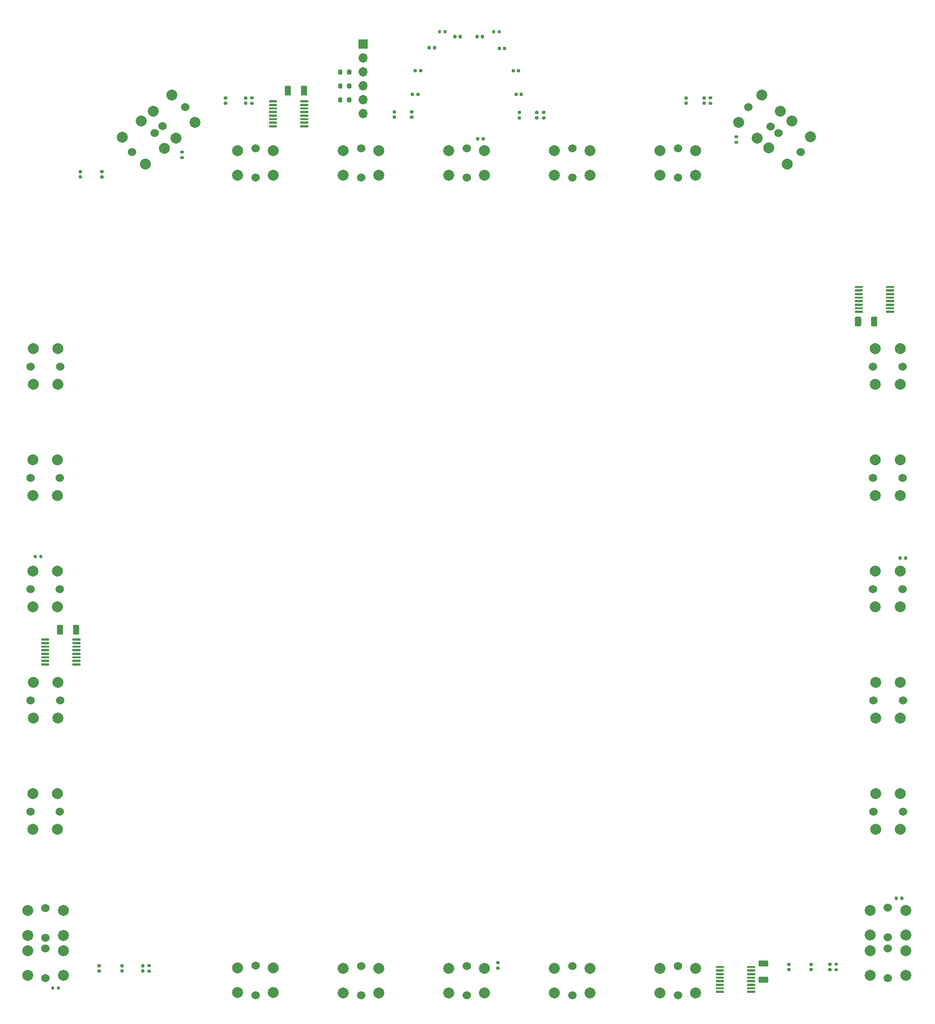
<source format=gbr>
G04 #@! TF.GenerationSoftware,KiCad,Pcbnew,(5.1.9)-1*
G04 #@! TF.CreationDate,2021-08-29T21:56:20-06:00*
G04 #@! TF.ProjectId,ampcd_button_board,616d7063-645f-4627-9574-746f6e5f626f,rev?*
G04 #@! TF.SameCoordinates,Original*
G04 #@! TF.FileFunction,Soldermask,Top*
G04 #@! TF.FilePolarity,Negative*
%FSLAX46Y46*%
G04 Gerber Fmt 4.6, Leading zero omitted, Abs format (unit mm)*
G04 Created by KiCad (PCBNEW (5.1.9)-1) date 2021-08-29 21:56:20*
%MOMM*%
%LPD*%
G01*
G04 APERTURE LIST*
%ADD10O,1.700000X1.700000*%
%ADD11R,1.700000X1.700000*%
%ADD12C,1.524000*%
%ADD13C,2.000000*%
G04 APERTURE END LIST*
G36*
G01*
X274310121Y59800490D02*
X275610123Y59800490D01*
G75*
G02*
X275860122Y59550491I0J-249999D01*
G01*
X275860122Y58900489D01*
G75*
G02*
X275610123Y58650490I-249999J0D01*
G01*
X274310121Y58650490D01*
G75*
G02*
X274060122Y58900489I0J249999D01*
G01*
X274060122Y59550491D01*
G75*
G02*
X274310121Y59800490I249999J0D01*
G01*
G37*
G36*
G01*
X274310121Y62750490D02*
X275610123Y62750490D01*
G75*
G02*
X275860122Y62500491I0J-249999D01*
G01*
X275860122Y61850489D01*
G75*
G02*
X275610123Y61600490I-249999J0D01*
G01*
X274310121Y61600490D01*
G75*
G02*
X274060122Y61850489I0J249999D01*
G01*
X274060122Y62500491D01*
G75*
G02*
X274310121Y62750490I249999J0D01*
G01*
G37*
D10*
X201794122Y217383490D03*
X201794122Y219923490D03*
X201794122Y222463490D03*
X201794122Y225003490D03*
X201794122Y227543490D03*
D11*
X201794122Y230083490D03*
D12*
X146419122Y171230490D03*
X141019122Y171230490D03*
D13*
X141469122Y174480490D03*
X145969122Y174480490D03*
X141469122Y167980490D03*
X145969122Y167980490D03*
D12*
X146355622Y150910490D03*
X140955622Y150910490D03*
D13*
X141405622Y154160490D03*
X145905622Y154160490D03*
X141405622Y147660490D03*
X145905622Y147660490D03*
D12*
X146355622Y130590490D03*
X140955622Y130590490D03*
D13*
X141405622Y133840490D03*
X145905622Y133840490D03*
X141405622Y127340490D03*
X145905622Y127340490D03*
D12*
X146419122Y110270490D03*
X141019122Y110270490D03*
D13*
X141469122Y113520490D03*
X145969122Y113520490D03*
X141469122Y107020490D03*
X145969122Y107020490D03*
D12*
X146355622Y89950490D03*
X140955622Y89950490D03*
D13*
X141405622Y93200490D03*
X145905622Y93200490D03*
X141405622Y86700490D03*
X145905622Y86700490D03*
D12*
X143723271Y72298760D03*
X143723271Y66898760D03*
D13*
X140473271Y67348760D03*
X140473271Y71848760D03*
X146973271Y67348760D03*
X146973271Y71848760D03*
D12*
X143723271Y64948760D03*
X143723271Y59548760D03*
D13*
X140473271Y59998760D03*
X140473271Y64498760D03*
X146973271Y59998760D03*
X146973271Y64498760D03*
D12*
X182120622Y56413990D03*
X182120622Y61813990D03*
D13*
X185370622Y61363990D03*
X185370622Y56863990D03*
X178870622Y61363990D03*
X178870622Y56863990D03*
D12*
X201424622Y56350490D03*
X201424622Y61750490D03*
D13*
X204674622Y61300490D03*
X204674622Y56800490D03*
X198174622Y61300490D03*
X198174622Y56800490D03*
D12*
X220728622Y56350490D03*
X220728622Y61750490D03*
D13*
X223978622Y61300490D03*
X223978622Y56800490D03*
X217478622Y61300490D03*
X217478622Y56800490D03*
D12*
X240032622Y56350490D03*
X240032622Y61750490D03*
D13*
X243282622Y61300490D03*
X243282622Y56800490D03*
X236782622Y61300490D03*
X236782622Y56800490D03*
D12*
X259336622Y56350490D03*
X259336622Y61750490D03*
D13*
X262586622Y61300490D03*
X262586622Y56800490D03*
X256086622Y61300490D03*
X256086622Y56800490D03*
D12*
X297723271Y59548760D03*
X297723271Y64948760D03*
D13*
X300973271Y64498760D03*
X300973271Y59998760D03*
X294473271Y64498760D03*
X294473271Y59998760D03*
D12*
X297723271Y66948760D03*
X297723271Y72348760D03*
D13*
X300973271Y71898760D03*
X300973271Y67398760D03*
X294473271Y71898760D03*
X294473271Y67398760D03*
D12*
X295078622Y89927490D03*
X300478622Y89927490D03*
D13*
X300028622Y86677490D03*
X295528622Y86677490D03*
X300028622Y93177490D03*
X295528622Y93177490D03*
D12*
X295078622Y110247490D03*
X300478622Y110247490D03*
D13*
X300028622Y106997490D03*
X295528622Y106997490D03*
X300028622Y113497490D03*
X295528622Y113497490D03*
D12*
X295015122Y130567490D03*
X300415122Y130567490D03*
D13*
X299965122Y127317490D03*
X295465122Y127317490D03*
X299965122Y133817490D03*
X295465122Y133817490D03*
D12*
X295015122Y150887490D03*
X300415122Y150887490D03*
D13*
X299965122Y147637490D03*
X295465122Y147637490D03*
X299965122Y154137490D03*
X295465122Y154137490D03*
D12*
X295015122Y171207490D03*
X300415122Y171207490D03*
D13*
X299965122Y167957490D03*
X295465122Y167957490D03*
X299965122Y174457490D03*
X295465122Y174457490D03*
D12*
X277697267Y213881954D03*
X281809574Y210382107D03*
D13*
X279360492Y208198761D03*
X275933569Y211115301D03*
X283573271Y213148760D03*
X280146349Y216065300D03*
D12*
X272197267Y218581954D03*
X276309574Y215082107D03*
D13*
X273860492Y212898761D03*
X270433569Y215815301D03*
X278073271Y217848760D03*
X274646349Y220765300D03*
D12*
X259336622Y205702490D03*
X259336622Y211102490D03*
D13*
X262586622Y210652490D03*
X262586622Y206152490D03*
X256086622Y210652490D03*
X256086622Y206152490D03*
D12*
X240032622Y205702490D03*
X240032622Y211102490D03*
D13*
X243282622Y210652490D03*
X243282622Y206152490D03*
X236782622Y210652490D03*
X236782622Y206152490D03*
D12*
X220728622Y205702490D03*
X220728622Y211102490D03*
D13*
X223978622Y210652490D03*
X223978622Y206152490D03*
X217478622Y210652490D03*
X217478622Y206152490D03*
D12*
X201424622Y205702490D03*
X201424622Y211102490D03*
D13*
X204674622Y210652490D03*
X204674622Y206152490D03*
X198174622Y210652490D03*
X198174622Y206152490D03*
D12*
X182120622Y205702490D03*
X182120622Y211102490D03*
D13*
X185370622Y210652490D03*
X185370622Y206152490D03*
X178870622Y210652490D03*
X178870622Y206152490D03*
D12*
X165160046Y215115567D03*
X169272353Y218615414D03*
D13*
X171036050Y215848761D03*
X167609128Y212932221D03*
X166823271Y220798760D03*
X163396349Y217882220D03*
D12*
X159560046Y210365567D03*
X163672353Y213865414D03*
D13*
X165436050Y211098761D03*
X162009128Y208182221D03*
X161223271Y216048760D03*
X157796349Y213132220D03*
G36*
G01*
X148648722Y121260490D02*
X148648722Y121460490D01*
G75*
G02*
X148748722Y121560490I100000J0D01*
G01*
X150023722Y121560490D01*
G75*
G02*
X150123722Y121460490I0J-100000D01*
G01*
X150123722Y121260490D01*
G75*
G02*
X150023722Y121160490I-100000J0D01*
G01*
X148748722Y121160490D01*
G75*
G02*
X148648722Y121260490I0J100000D01*
G01*
G37*
G36*
G01*
X148648722Y120610490D02*
X148648722Y120810490D01*
G75*
G02*
X148748722Y120910490I100000J0D01*
G01*
X150023722Y120910490D01*
G75*
G02*
X150123722Y120810490I0J-100000D01*
G01*
X150123722Y120610490D01*
G75*
G02*
X150023722Y120510490I-100000J0D01*
G01*
X148748722Y120510490D01*
G75*
G02*
X148648722Y120610490I0J100000D01*
G01*
G37*
G36*
G01*
X148648722Y119960490D02*
X148648722Y120160490D01*
G75*
G02*
X148748722Y120260490I100000J0D01*
G01*
X150023722Y120260490D01*
G75*
G02*
X150123722Y120160490I0J-100000D01*
G01*
X150123722Y119960490D01*
G75*
G02*
X150023722Y119860490I-100000J0D01*
G01*
X148748722Y119860490D01*
G75*
G02*
X148648722Y119960490I0J100000D01*
G01*
G37*
G36*
G01*
X148648722Y119310490D02*
X148648722Y119510490D01*
G75*
G02*
X148748722Y119610490I100000J0D01*
G01*
X150023722Y119610490D01*
G75*
G02*
X150123722Y119510490I0J-100000D01*
G01*
X150123722Y119310490D01*
G75*
G02*
X150023722Y119210490I-100000J0D01*
G01*
X148748722Y119210490D01*
G75*
G02*
X148648722Y119310490I0J100000D01*
G01*
G37*
G36*
G01*
X148648722Y118660490D02*
X148648722Y118860490D01*
G75*
G02*
X148748722Y118960490I100000J0D01*
G01*
X150023722Y118960490D01*
G75*
G02*
X150123722Y118860490I0J-100000D01*
G01*
X150123722Y118660490D01*
G75*
G02*
X150023722Y118560490I-100000J0D01*
G01*
X148748722Y118560490D01*
G75*
G02*
X148648722Y118660490I0J100000D01*
G01*
G37*
G36*
G01*
X148648722Y118010490D02*
X148648722Y118210490D01*
G75*
G02*
X148748722Y118310490I100000J0D01*
G01*
X150023722Y118310490D01*
G75*
G02*
X150123722Y118210490I0J-100000D01*
G01*
X150123722Y118010490D01*
G75*
G02*
X150023722Y117910490I-100000J0D01*
G01*
X148748722Y117910490D01*
G75*
G02*
X148648722Y118010490I0J100000D01*
G01*
G37*
G36*
G01*
X148648722Y117360490D02*
X148648722Y117560490D01*
G75*
G02*
X148748722Y117660490I100000J0D01*
G01*
X150023722Y117660490D01*
G75*
G02*
X150123722Y117560490I0J-100000D01*
G01*
X150123722Y117360490D01*
G75*
G02*
X150023722Y117260490I-100000J0D01*
G01*
X148748722Y117260490D01*
G75*
G02*
X148648722Y117360490I0J100000D01*
G01*
G37*
G36*
G01*
X148648722Y116710490D02*
X148648722Y116910490D01*
G75*
G02*
X148748722Y117010490I100000J0D01*
G01*
X150023722Y117010490D01*
G75*
G02*
X150123722Y116910490I0J-100000D01*
G01*
X150123722Y116710490D01*
G75*
G02*
X150023722Y116610490I-100000J0D01*
G01*
X148748722Y116610490D01*
G75*
G02*
X148648722Y116710490I0J100000D01*
G01*
G37*
G36*
G01*
X142923722Y116710490D02*
X142923722Y116910490D01*
G75*
G02*
X143023722Y117010490I100000J0D01*
G01*
X144298722Y117010490D01*
G75*
G02*
X144398722Y116910490I0J-100000D01*
G01*
X144398722Y116710490D01*
G75*
G02*
X144298722Y116610490I-100000J0D01*
G01*
X143023722Y116610490D01*
G75*
G02*
X142923722Y116710490I0J100000D01*
G01*
G37*
G36*
G01*
X142923722Y117360490D02*
X142923722Y117560490D01*
G75*
G02*
X143023722Y117660490I100000J0D01*
G01*
X144298722Y117660490D01*
G75*
G02*
X144398722Y117560490I0J-100000D01*
G01*
X144398722Y117360490D01*
G75*
G02*
X144298722Y117260490I-100000J0D01*
G01*
X143023722Y117260490D01*
G75*
G02*
X142923722Y117360490I0J100000D01*
G01*
G37*
G36*
G01*
X142923722Y118010490D02*
X142923722Y118210490D01*
G75*
G02*
X143023722Y118310490I100000J0D01*
G01*
X144298722Y118310490D01*
G75*
G02*
X144398722Y118210490I0J-100000D01*
G01*
X144398722Y118010490D01*
G75*
G02*
X144298722Y117910490I-100000J0D01*
G01*
X143023722Y117910490D01*
G75*
G02*
X142923722Y118010490I0J100000D01*
G01*
G37*
G36*
G01*
X142923722Y118660490D02*
X142923722Y118860490D01*
G75*
G02*
X143023722Y118960490I100000J0D01*
G01*
X144298722Y118960490D01*
G75*
G02*
X144398722Y118860490I0J-100000D01*
G01*
X144398722Y118660490D01*
G75*
G02*
X144298722Y118560490I-100000J0D01*
G01*
X143023722Y118560490D01*
G75*
G02*
X142923722Y118660490I0J100000D01*
G01*
G37*
G36*
G01*
X142923722Y119310490D02*
X142923722Y119510490D01*
G75*
G02*
X143023722Y119610490I100000J0D01*
G01*
X144298722Y119610490D01*
G75*
G02*
X144398722Y119510490I0J-100000D01*
G01*
X144398722Y119310490D01*
G75*
G02*
X144298722Y119210490I-100000J0D01*
G01*
X143023722Y119210490D01*
G75*
G02*
X142923722Y119310490I0J100000D01*
G01*
G37*
G36*
G01*
X142923722Y119960490D02*
X142923722Y120160490D01*
G75*
G02*
X143023722Y120260490I100000J0D01*
G01*
X144298722Y120260490D01*
G75*
G02*
X144398722Y120160490I0J-100000D01*
G01*
X144398722Y119960490D01*
G75*
G02*
X144298722Y119860490I-100000J0D01*
G01*
X143023722Y119860490D01*
G75*
G02*
X142923722Y119960490I0J100000D01*
G01*
G37*
G36*
G01*
X142923722Y120610490D02*
X142923722Y120810490D01*
G75*
G02*
X143023722Y120910490I100000J0D01*
G01*
X144298722Y120910490D01*
G75*
G02*
X144398722Y120810490I0J-100000D01*
G01*
X144398722Y120610490D01*
G75*
G02*
X144298722Y120510490I-100000J0D01*
G01*
X143023722Y120510490D01*
G75*
G02*
X142923722Y120610490I0J100000D01*
G01*
G37*
G36*
G01*
X142923722Y121260490D02*
X142923722Y121460490D01*
G75*
G02*
X143023722Y121560490I100000J0D01*
G01*
X144298722Y121560490D01*
G75*
G02*
X144398722Y121460490I0J-100000D01*
G01*
X144398722Y121260490D01*
G75*
G02*
X144298722Y121160490I-100000J0D01*
G01*
X143023722Y121160490D01*
G75*
G02*
X142923722Y121260490I0J100000D01*
G01*
G37*
G36*
G01*
X271991122Y61443490D02*
X271991122Y61643490D01*
G75*
G02*
X272091122Y61743490I100000J0D01*
G01*
X273366122Y61743490D01*
G75*
G02*
X273466122Y61643490I0J-100000D01*
G01*
X273466122Y61443490D01*
G75*
G02*
X273366122Y61343490I-100000J0D01*
G01*
X272091122Y61343490D01*
G75*
G02*
X271991122Y61443490I0J100000D01*
G01*
G37*
G36*
G01*
X271991122Y60793490D02*
X271991122Y60993490D01*
G75*
G02*
X272091122Y61093490I100000J0D01*
G01*
X273366122Y61093490D01*
G75*
G02*
X273466122Y60993490I0J-100000D01*
G01*
X273466122Y60793490D01*
G75*
G02*
X273366122Y60693490I-100000J0D01*
G01*
X272091122Y60693490D01*
G75*
G02*
X271991122Y60793490I0J100000D01*
G01*
G37*
G36*
G01*
X271991122Y60143490D02*
X271991122Y60343490D01*
G75*
G02*
X272091122Y60443490I100000J0D01*
G01*
X273366122Y60443490D01*
G75*
G02*
X273466122Y60343490I0J-100000D01*
G01*
X273466122Y60143490D01*
G75*
G02*
X273366122Y60043490I-100000J0D01*
G01*
X272091122Y60043490D01*
G75*
G02*
X271991122Y60143490I0J100000D01*
G01*
G37*
G36*
G01*
X271991122Y59493490D02*
X271991122Y59693490D01*
G75*
G02*
X272091122Y59793490I100000J0D01*
G01*
X273366122Y59793490D01*
G75*
G02*
X273466122Y59693490I0J-100000D01*
G01*
X273466122Y59493490D01*
G75*
G02*
X273366122Y59393490I-100000J0D01*
G01*
X272091122Y59393490D01*
G75*
G02*
X271991122Y59493490I0J100000D01*
G01*
G37*
G36*
G01*
X271991122Y58843490D02*
X271991122Y59043490D01*
G75*
G02*
X272091122Y59143490I100000J0D01*
G01*
X273366122Y59143490D01*
G75*
G02*
X273466122Y59043490I0J-100000D01*
G01*
X273466122Y58843490D01*
G75*
G02*
X273366122Y58743490I-100000J0D01*
G01*
X272091122Y58743490D01*
G75*
G02*
X271991122Y58843490I0J100000D01*
G01*
G37*
G36*
G01*
X271991122Y58193490D02*
X271991122Y58393490D01*
G75*
G02*
X272091122Y58493490I100000J0D01*
G01*
X273366122Y58493490D01*
G75*
G02*
X273466122Y58393490I0J-100000D01*
G01*
X273466122Y58193490D01*
G75*
G02*
X273366122Y58093490I-100000J0D01*
G01*
X272091122Y58093490D01*
G75*
G02*
X271991122Y58193490I0J100000D01*
G01*
G37*
G36*
G01*
X271991122Y57543490D02*
X271991122Y57743490D01*
G75*
G02*
X272091122Y57843490I100000J0D01*
G01*
X273366122Y57843490D01*
G75*
G02*
X273466122Y57743490I0J-100000D01*
G01*
X273466122Y57543490D01*
G75*
G02*
X273366122Y57443490I-100000J0D01*
G01*
X272091122Y57443490D01*
G75*
G02*
X271991122Y57543490I0J100000D01*
G01*
G37*
G36*
G01*
X271991122Y56893490D02*
X271991122Y57093490D01*
G75*
G02*
X272091122Y57193490I100000J0D01*
G01*
X273366122Y57193490D01*
G75*
G02*
X273466122Y57093490I0J-100000D01*
G01*
X273466122Y56893490D01*
G75*
G02*
X273366122Y56793490I-100000J0D01*
G01*
X272091122Y56793490D01*
G75*
G02*
X271991122Y56893490I0J100000D01*
G01*
G37*
G36*
G01*
X266266122Y56893490D02*
X266266122Y57093490D01*
G75*
G02*
X266366122Y57193490I100000J0D01*
G01*
X267641122Y57193490D01*
G75*
G02*
X267741122Y57093490I0J-100000D01*
G01*
X267741122Y56893490D01*
G75*
G02*
X267641122Y56793490I-100000J0D01*
G01*
X266366122Y56793490D01*
G75*
G02*
X266266122Y56893490I0J100000D01*
G01*
G37*
G36*
G01*
X266266122Y57543490D02*
X266266122Y57743490D01*
G75*
G02*
X266366122Y57843490I100000J0D01*
G01*
X267641122Y57843490D01*
G75*
G02*
X267741122Y57743490I0J-100000D01*
G01*
X267741122Y57543490D01*
G75*
G02*
X267641122Y57443490I-100000J0D01*
G01*
X266366122Y57443490D01*
G75*
G02*
X266266122Y57543490I0J100000D01*
G01*
G37*
G36*
G01*
X266266122Y58193490D02*
X266266122Y58393490D01*
G75*
G02*
X266366122Y58493490I100000J0D01*
G01*
X267641122Y58493490D01*
G75*
G02*
X267741122Y58393490I0J-100000D01*
G01*
X267741122Y58193490D01*
G75*
G02*
X267641122Y58093490I-100000J0D01*
G01*
X266366122Y58093490D01*
G75*
G02*
X266266122Y58193490I0J100000D01*
G01*
G37*
G36*
G01*
X266266122Y58843490D02*
X266266122Y59043490D01*
G75*
G02*
X266366122Y59143490I100000J0D01*
G01*
X267641122Y59143490D01*
G75*
G02*
X267741122Y59043490I0J-100000D01*
G01*
X267741122Y58843490D01*
G75*
G02*
X267641122Y58743490I-100000J0D01*
G01*
X266366122Y58743490D01*
G75*
G02*
X266266122Y58843490I0J100000D01*
G01*
G37*
G36*
G01*
X266266122Y59493490D02*
X266266122Y59693490D01*
G75*
G02*
X266366122Y59793490I100000J0D01*
G01*
X267641122Y59793490D01*
G75*
G02*
X267741122Y59693490I0J-100000D01*
G01*
X267741122Y59493490D01*
G75*
G02*
X267641122Y59393490I-100000J0D01*
G01*
X266366122Y59393490D01*
G75*
G02*
X266266122Y59493490I0J100000D01*
G01*
G37*
G36*
G01*
X266266122Y60143490D02*
X266266122Y60343490D01*
G75*
G02*
X266366122Y60443490I100000J0D01*
G01*
X267641122Y60443490D01*
G75*
G02*
X267741122Y60343490I0J-100000D01*
G01*
X267741122Y60143490D01*
G75*
G02*
X267641122Y60043490I-100000J0D01*
G01*
X266366122Y60043490D01*
G75*
G02*
X266266122Y60143490I0J100000D01*
G01*
G37*
G36*
G01*
X266266122Y60793490D02*
X266266122Y60993490D01*
G75*
G02*
X266366122Y61093490I100000J0D01*
G01*
X267641122Y61093490D01*
G75*
G02*
X267741122Y60993490I0J-100000D01*
G01*
X267741122Y60793490D01*
G75*
G02*
X267641122Y60693490I-100000J0D01*
G01*
X266366122Y60693490D01*
G75*
G02*
X266266122Y60793490I0J100000D01*
G01*
G37*
G36*
G01*
X266266122Y61443490D02*
X266266122Y61643490D01*
G75*
G02*
X266366122Y61743490I100000J0D01*
G01*
X267641122Y61743490D01*
G75*
G02*
X267741122Y61643490I0J-100000D01*
G01*
X267741122Y61443490D01*
G75*
G02*
X267641122Y61343490I-100000J0D01*
G01*
X266366122Y61343490D01*
G75*
G02*
X266266122Y61443490I0J100000D01*
G01*
G37*
G36*
G01*
X293141122Y181299490D02*
X293141122Y181099490D01*
G75*
G02*
X293041122Y180999490I-100000J0D01*
G01*
X291766122Y180999490D01*
G75*
G02*
X291666122Y181099490I0J100000D01*
G01*
X291666122Y181299490D01*
G75*
G02*
X291766122Y181399490I100000J0D01*
G01*
X293041122Y181399490D01*
G75*
G02*
X293141122Y181299490I0J-100000D01*
G01*
G37*
G36*
G01*
X293141122Y181949490D02*
X293141122Y181749490D01*
G75*
G02*
X293041122Y181649490I-100000J0D01*
G01*
X291766122Y181649490D01*
G75*
G02*
X291666122Y181749490I0J100000D01*
G01*
X291666122Y181949490D01*
G75*
G02*
X291766122Y182049490I100000J0D01*
G01*
X293041122Y182049490D01*
G75*
G02*
X293141122Y181949490I0J-100000D01*
G01*
G37*
G36*
G01*
X293141122Y182599490D02*
X293141122Y182399490D01*
G75*
G02*
X293041122Y182299490I-100000J0D01*
G01*
X291766122Y182299490D01*
G75*
G02*
X291666122Y182399490I0J100000D01*
G01*
X291666122Y182599490D01*
G75*
G02*
X291766122Y182699490I100000J0D01*
G01*
X293041122Y182699490D01*
G75*
G02*
X293141122Y182599490I0J-100000D01*
G01*
G37*
G36*
G01*
X293141122Y183249490D02*
X293141122Y183049490D01*
G75*
G02*
X293041122Y182949490I-100000J0D01*
G01*
X291766122Y182949490D01*
G75*
G02*
X291666122Y183049490I0J100000D01*
G01*
X291666122Y183249490D01*
G75*
G02*
X291766122Y183349490I100000J0D01*
G01*
X293041122Y183349490D01*
G75*
G02*
X293141122Y183249490I0J-100000D01*
G01*
G37*
G36*
G01*
X293141122Y183899490D02*
X293141122Y183699490D01*
G75*
G02*
X293041122Y183599490I-100000J0D01*
G01*
X291766122Y183599490D01*
G75*
G02*
X291666122Y183699490I0J100000D01*
G01*
X291666122Y183899490D01*
G75*
G02*
X291766122Y183999490I100000J0D01*
G01*
X293041122Y183999490D01*
G75*
G02*
X293141122Y183899490I0J-100000D01*
G01*
G37*
G36*
G01*
X293141122Y184549490D02*
X293141122Y184349490D01*
G75*
G02*
X293041122Y184249490I-100000J0D01*
G01*
X291766122Y184249490D01*
G75*
G02*
X291666122Y184349490I0J100000D01*
G01*
X291666122Y184549490D01*
G75*
G02*
X291766122Y184649490I100000J0D01*
G01*
X293041122Y184649490D01*
G75*
G02*
X293141122Y184549490I0J-100000D01*
G01*
G37*
G36*
G01*
X293141122Y185199490D02*
X293141122Y184999490D01*
G75*
G02*
X293041122Y184899490I-100000J0D01*
G01*
X291766122Y184899490D01*
G75*
G02*
X291666122Y184999490I0J100000D01*
G01*
X291666122Y185199490D01*
G75*
G02*
X291766122Y185299490I100000J0D01*
G01*
X293041122Y185299490D01*
G75*
G02*
X293141122Y185199490I0J-100000D01*
G01*
G37*
G36*
G01*
X293141122Y185849490D02*
X293141122Y185649490D01*
G75*
G02*
X293041122Y185549490I-100000J0D01*
G01*
X291766122Y185549490D01*
G75*
G02*
X291666122Y185649490I0J100000D01*
G01*
X291666122Y185849490D01*
G75*
G02*
X291766122Y185949490I100000J0D01*
G01*
X293041122Y185949490D01*
G75*
G02*
X293141122Y185849490I0J-100000D01*
G01*
G37*
G36*
G01*
X298866122Y185849490D02*
X298866122Y185649490D01*
G75*
G02*
X298766122Y185549490I-100000J0D01*
G01*
X297491122Y185549490D01*
G75*
G02*
X297391122Y185649490I0J100000D01*
G01*
X297391122Y185849490D01*
G75*
G02*
X297491122Y185949490I100000J0D01*
G01*
X298766122Y185949490D01*
G75*
G02*
X298866122Y185849490I0J-100000D01*
G01*
G37*
G36*
G01*
X298866122Y185199490D02*
X298866122Y184999490D01*
G75*
G02*
X298766122Y184899490I-100000J0D01*
G01*
X297491122Y184899490D01*
G75*
G02*
X297391122Y184999490I0J100000D01*
G01*
X297391122Y185199490D01*
G75*
G02*
X297491122Y185299490I100000J0D01*
G01*
X298766122Y185299490D01*
G75*
G02*
X298866122Y185199490I0J-100000D01*
G01*
G37*
G36*
G01*
X298866122Y184549490D02*
X298866122Y184349490D01*
G75*
G02*
X298766122Y184249490I-100000J0D01*
G01*
X297491122Y184249490D01*
G75*
G02*
X297391122Y184349490I0J100000D01*
G01*
X297391122Y184549490D01*
G75*
G02*
X297491122Y184649490I100000J0D01*
G01*
X298766122Y184649490D01*
G75*
G02*
X298866122Y184549490I0J-100000D01*
G01*
G37*
G36*
G01*
X298866122Y183899490D02*
X298866122Y183699490D01*
G75*
G02*
X298766122Y183599490I-100000J0D01*
G01*
X297491122Y183599490D01*
G75*
G02*
X297391122Y183699490I0J100000D01*
G01*
X297391122Y183899490D01*
G75*
G02*
X297491122Y183999490I100000J0D01*
G01*
X298766122Y183999490D01*
G75*
G02*
X298866122Y183899490I0J-100000D01*
G01*
G37*
G36*
G01*
X298866122Y183249490D02*
X298866122Y183049490D01*
G75*
G02*
X298766122Y182949490I-100000J0D01*
G01*
X297491122Y182949490D01*
G75*
G02*
X297391122Y183049490I0J100000D01*
G01*
X297391122Y183249490D01*
G75*
G02*
X297491122Y183349490I100000J0D01*
G01*
X298766122Y183349490D01*
G75*
G02*
X298866122Y183249490I0J-100000D01*
G01*
G37*
G36*
G01*
X298866122Y182599490D02*
X298866122Y182399490D01*
G75*
G02*
X298766122Y182299490I-100000J0D01*
G01*
X297491122Y182299490D01*
G75*
G02*
X297391122Y182399490I0J100000D01*
G01*
X297391122Y182599490D01*
G75*
G02*
X297491122Y182699490I100000J0D01*
G01*
X298766122Y182699490D01*
G75*
G02*
X298866122Y182599490I0J-100000D01*
G01*
G37*
G36*
G01*
X298866122Y181949490D02*
X298866122Y181749490D01*
G75*
G02*
X298766122Y181649490I-100000J0D01*
G01*
X297491122Y181649490D01*
G75*
G02*
X297391122Y181749490I0J100000D01*
G01*
X297391122Y181949490D01*
G75*
G02*
X297491122Y182049490I100000J0D01*
G01*
X298766122Y182049490D01*
G75*
G02*
X298866122Y181949490I0J-100000D01*
G01*
G37*
G36*
G01*
X298866122Y181299490D02*
X298866122Y181099490D01*
G75*
G02*
X298766122Y180999490I-100000J0D01*
G01*
X297491122Y180999490D01*
G75*
G02*
X297391122Y181099490I0J100000D01*
G01*
X297391122Y181299490D01*
G75*
G02*
X297491122Y181399490I100000J0D01*
G01*
X298766122Y181399490D01*
G75*
G02*
X298866122Y181299490I0J-100000D01*
G01*
G37*
G36*
G01*
X190279322Y219558490D02*
X190279322Y219758490D01*
G75*
G02*
X190379322Y219858490I100000J0D01*
G01*
X191654322Y219858490D01*
G75*
G02*
X191754322Y219758490I0J-100000D01*
G01*
X191754322Y219558490D01*
G75*
G02*
X191654322Y219458490I-100000J0D01*
G01*
X190379322Y219458490D01*
G75*
G02*
X190279322Y219558490I0J100000D01*
G01*
G37*
G36*
G01*
X190279322Y218908490D02*
X190279322Y219108490D01*
G75*
G02*
X190379322Y219208490I100000J0D01*
G01*
X191654322Y219208490D01*
G75*
G02*
X191754322Y219108490I0J-100000D01*
G01*
X191754322Y218908490D01*
G75*
G02*
X191654322Y218808490I-100000J0D01*
G01*
X190379322Y218808490D01*
G75*
G02*
X190279322Y218908490I0J100000D01*
G01*
G37*
G36*
G01*
X190279322Y218258490D02*
X190279322Y218458490D01*
G75*
G02*
X190379322Y218558490I100000J0D01*
G01*
X191654322Y218558490D01*
G75*
G02*
X191754322Y218458490I0J-100000D01*
G01*
X191754322Y218258490D01*
G75*
G02*
X191654322Y218158490I-100000J0D01*
G01*
X190379322Y218158490D01*
G75*
G02*
X190279322Y218258490I0J100000D01*
G01*
G37*
G36*
G01*
X190279322Y217608490D02*
X190279322Y217808490D01*
G75*
G02*
X190379322Y217908490I100000J0D01*
G01*
X191654322Y217908490D01*
G75*
G02*
X191754322Y217808490I0J-100000D01*
G01*
X191754322Y217608490D01*
G75*
G02*
X191654322Y217508490I-100000J0D01*
G01*
X190379322Y217508490D01*
G75*
G02*
X190279322Y217608490I0J100000D01*
G01*
G37*
G36*
G01*
X190279322Y216958490D02*
X190279322Y217158490D01*
G75*
G02*
X190379322Y217258490I100000J0D01*
G01*
X191654322Y217258490D01*
G75*
G02*
X191754322Y217158490I0J-100000D01*
G01*
X191754322Y216958490D01*
G75*
G02*
X191654322Y216858490I-100000J0D01*
G01*
X190379322Y216858490D01*
G75*
G02*
X190279322Y216958490I0J100000D01*
G01*
G37*
G36*
G01*
X190279322Y216308490D02*
X190279322Y216508490D01*
G75*
G02*
X190379322Y216608490I100000J0D01*
G01*
X191654322Y216608490D01*
G75*
G02*
X191754322Y216508490I0J-100000D01*
G01*
X191754322Y216308490D01*
G75*
G02*
X191654322Y216208490I-100000J0D01*
G01*
X190379322Y216208490D01*
G75*
G02*
X190279322Y216308490I0J100000D01*
G01*
G37*
G36*
G01*
X190279322Y215658490D02*
X190279322Y215858490D01*
G75*
G02*
X190379322Y215958490I100000J0D01*
G01*
X191654322Y215958490D01*
G75*
G02*
X191754322Y215858490I0J-100000D01*
G01*
X191754322Y215658490D01*
G75*
G02*
X191654322Y215558490I-100000J0D01*
G01*
X190379322Y215558490D01*
G75*
G02*
X190279322Y215658490I0J100000D01*
G01*
G37*
G36*
G01*
X190279322Y215008490D02*
X190279322Y215208490D01*
G75*
G02*
X190379322Y215308490I100000J0D01*
G01*
X191654322Y215308490D01*
G75*
G02*
X191754322Y215208490I0J-100000D01*
G01*
X191754322Y215008490D01*
G75*
G02*
X191654322Y214908490I-100000J0D01*
G01*
X190379322Y214908490D01*
G75*
G02*
X190279322Y215008490I0J100000D01*
G01*
G37*
G36*
G01*
X184554322Y215008490D02*
X184554322Y215208490D01*
G75*
G02*
X184654322Y215308490I100000J0D01*
G01*
X185929322Y215308490D01*
G75*
G02*
X186029322Y215208490I0J-100000D01*
G01*
X186029322Y215008490D01*
G75*
G02*
X185929322Y214908490I-100000J0D01*
G01*
X184654322Y214908490D01*
G75*
G02*
X184554322Y215008490I0J100000D01*
G01*
G37*
G36*
G01*
X184554322Y215658490D02*
X184554322Y215858490D01*
G75*
G02*
X184654322Y215958490I100000J0D01*
G01*
X185929322Y215958490D01*
G75*
G02*
X186029322Y215858490I0J-100000D01*
G01*
X186029322Y215658490D01*
G75*
G02*
X185929322Y215558490I-100000J0D01*
G01*
X184654322Y215558490D01*
G75*
G02*
X184554322Y215658490I0J100000D01*
G01*
G37*
G36*
G01*
X184554322Y216308490D02*
X184554322Y216508490D01*
G75*
G02*
X184654322Y216608490I100000J0D01*
G01*
X185929322Y216608490D01*
G75*
G02*
X186029322Y216508490I0J-100000D01*
G01*
X186029322Y216308490D01*
G75*
G02*
X185929322Y216208490I-100000J0D01*
G01*
X184654322Y216208490D01*
G75*
G02*
X184554322Y216308490I0J100000D01*
G01*
G37*
G36*
G01*
X184554322Y216958490D02*
X184554322Y217158490D01*
G75*
G02*
X184654322Y217258490I100000J0D01*
G01*
X185929322Y217258490D01*
G75*
G02*
X186029322Y217158490I0J-100000D01*
G01*
X186029322Y216958490D01*
G75*
G02*
X185929322Y216858490I-100000J0D01*
G01*
X184654322Y216858490D01*
G75*
G02*
X184554322Y216958490I0J100000D01*
G01*
G37*
G36*
G01*
X184554322Y217608490D02*
X184554322Y217808490D01*
G75*
G02*
X184654322Y217908490I100000J0D01*
G01*
X185929322Y217908490D01*
G75*
G02*
X186029322Y217808490I0J-100000D01*
G01*
X186029322Y217608490D01*
G75*
G02*
X185929322Y217508490I-100000J0D01*
G01*
X184654322Y217508490D01*
G75*
G02*
X184554322Y217608490I0J100000D01*
G01*
G37*
G36*
G01*
X184554322Y218258490D02*
X184554322Y218458490D01*
G75*
G02*
X184654322Y218558490I100000J0D01*
G01*
X185929322Y218558490D01*
G75*
G02*
X186029322Y218458490I0J-100000D01*
G01*
X186029322Y218258490D01*
G75*
G02*
X185929322Y218158490I-100000J0D01*
G01*
X184654322Y218158490D01*
G75*
G02*
X184554322Y218258490I0J100000D01*
G01*
G37*
G36*
G01*
X184554322Y218908490D02*
X184554322Y219108490D01*
G75*
G02*
X184654322Y219208490I100000J0D01*
G01*
X185929322Y219208490D01*
G75*
G02*
X186029322Y219108490I0J-100000D01*
G01*
X186029322Y218908490D01*
G75*
G02*
X185929322Y218808490I-100000J0D01*
G01*
X184654322Y218808490D01*
G75*
G02*
X184554322Y218908490I0J100000D01*
G01*
G37*
G36*
G01*
X184554322Y219558490D02*
X184554322Y219758490D01*
G75*
G02*
X184654322Y219858490I100000J0D01*
G01*
X185929322Y219858490D01*
G75*
G02*
X186029322Y219758490I0J-100000D01*
G01*
X186029322Y219558490D01*
G75*
G02*
X185929322Y219458490I-100000J0D01*
G01*
X184654322Y219458490D01*
G75*
G02*
X184554322Y219558490I0J100000D01*
G01*
G37*
G36*
G01*
X226418122Y232184490D02*
X226418122Y232554490D01*
G75*
G02*
X226553122Y232689490I135000J0D01*
G01*
X226823122Y232689490D01*
G75*
G02*
X226958122Y232554490I0J-135000D01*
G01*
X226958122Y232184490D01*
G75*
G02*
X226823122Y232049490I-135000J0D01*
G01*
X226553122Y232049490D01*
G75*
G02*
X226418122Y232184490I0J135000D01*
G01*
G37*
G36*
G01*
X225398122Y232184490D02*
X225398122Y232554490D01*
G75*
G02*
X225533122Y232689490I135000J0D01*
G01*
X225803122Y232689490D01*
G75*
G02*
X225938122Y232554490I0J-135000D01*
G01*
X225938122Y232184490D01*
G75*
G02*
X225803122Y232049490I-135000J0D01*
G01*
X225533122Y232049490D01*
G75*
G02*
X225398122Y232184490I0J135000D01*
G01*
G37*
G36*
G01*
X216032122Y232554490D02*
X216032122Y232184490D01*
G75*
G02*
X215897122Y232049490I-135000J0D01*
G01*
X215627122Y232049490D01*
G75*
G02*
X215492122Y232184490I0J135000D01*
G01*
X215492122Y232554490D01*
G75*
G02*
X215627122Y232689490I135000J0D01*
G01*
X215897122Y232689490D01*
G75*
G02*
X216032122Y232554490I0J-135000D01*
G01*
G37*
G36*
G01*
X217052122Y232554490D02*
X217052122Y232184490D01*
G75*
G02*
X216917122Y232049490I-135000J0D01*
G01*
X216647122Y232049490D01*
G75*
G02*
X216512122Y232184490I0J135000D01*
G01*
X216512122Y232554490D01*
G75*
G02*
X216647122Y232689490I135000J0D01*
G01*
X216917122Y232689490D01*
G75*
G02*
X217052122Y232554490I0J-135000D01*
G01*
G37*
G36*
G01*
X288096122Y61314490D02*
X288466122Y61314490D01*
G75*
G02*
X288601122Y61179490I0J-135000D01*
G01*
X288601122Y60909490D01*
G75*
G02*
X288466122Y60774490I-135000J0D01*
G01*
X288096122Y60774490D01*
G75*
G02*
X287961122Y60909490I0J135000D01*
G01*
X287961122Y61179490D01*
G75*
G02*
X288096122Y61314490I135000J0D01*
G01*
G37*
G36*
G01*
X288096122Y62334490D02*
X288466122Y62334490D01*
G75*
G02*
X288601122Y62199490I0J-135000D01*
G01*
X288601122Y61929490D01*
G75*
G02*
X288466122Y61794490I-135000J0D01*
G01*
X288096122Y61794490D01*
G75*
G02*
X287961122Y61929490I0J135000D01*
G01*
X287961122Y62199490D01*
G75*
G02*
X288096122Y62334490I135000J0D01*
G01*
G37*
G36*
G01*
X162863122Y61540490D02*
X162493122Y61540490D01*
G75*
G02*
X162358122Y61675490I0J135000D01*
G01*
X162358122Y61945490D01*
G75*
G02*
X162493122Y62080490I135000J0D01*
G01*
X162863122Y62080490D01*
G75*
G02*
X162998122Y61945490I0J-135000D01*
G01*
X162998122Y61675490D01*
G75*
G02*
X162863122Y61540490I-135000J0D01*
G01*
G37*
G36*
G01*
X162863122Y60520490D02*
X162493122Y60520490D01*
G75*
G02*
X162358122Y60655490I0J135000D01*
G01*
X162358122Y60925490D01*
G75*
G02*
X162493122Y61060490I135000J0D01*
G01*
X162863122Y61060490D01*
G75*
G02*
X162998122Y60925490I0J-135000D01*
G01*
X162998122Y60655490D01*
G75*
G02*
X162863122Y60520490I-135000J0D01*
G01*
G37*
G36*
G01*
X265479122Y220036490D02*
X265109122Y220036490D01*
G75*
G02*
X264974122Y220171490I0J135000D01*
G01*
X264974122Y220441490D01*
G75*
G02*
X265109122Y220576490I135000J0D01*
G01*
X265479122Y220576490D01*
G75*
G02*
X265614122Y220441490I0J-135000D01*
G01*
X265614122Y220171490D01*
G75*
G02*
X265479122Y220036490I-135000J0D01*
G01*
G37*
G36*
G01*
X265479122Y219016490D02*
X265109122Y219016490D01*
G75*
G02*
X264974122Y219151490I0J135000D01*
G01*
X264974122Y219421490D01*
G75*
G02*
X265109122Y219556490I135000J0D01*
G01*
X265479122Y219556490D01*
G75*
G02*
X265614122Y219421490I0J-135000D01*
G01*
X265614122Y219151490D01*
G75*
G02*
X265479122Y219016490I-135000J0D01*
G01*
G37*
G36*
G01*
X234999122Y217369490D02*
X234629122Y217369490D01*
G75*
G02*
X234494122Y217504490I0J135000D01*
G01*
X234494122Y217774490D01*
G75*
G02*
X234629122Y217909490I135000J0D01*
G01*
X234999122Y217909490D01*
G75*
G02*
X235134122Y217774490I0J-135000D01*
G01*
X235134122Y217504490D01*
G75*
G02*
X234999122Y217369490I-135000J0D01*
G01*
G37*
G36*
G01*
X234999122Y216349490D02*
X234629122Y216349490D01*
G75*
G02*
X234494122Y216484490I0J135000D01*
G01*
X234494122Y216754490D01*
G75*
G02*
X234629122Y216889490I135000J0D01*
G01*
X234999122Y216889490D01*
G75*
G02*
X235134122Y216754490I0J-135000D01*
G01*
X235134122Y216484490D01*
G75*
G02*
X234999122Y216349490I-135000J0D01*
G01*
G37*
G36*
G01*
X181659122Y220036490D02*
X181289122Y220036490D01*
G75*
G02*
X181154122Y220171490I0J135000D01*
G01*
X181154122Y220441490D01*
G75*
G02*
X181289122Y220576490I135000J0D01*
G01*
X181659122Y220576490D01*
G75*
G02*
X181794122Y220441490I0J-135000D01*
G01*
X181794122Y220171490D01*
G75*
G02*
X181659122Y220036490I-135000J0D01*
G01*
G37*
G36*
G01*
X181659122Y219016490D02*
X181289122Y219016490D01*
G75*
G02*
X181154122Y219151490I0J135000D01*
G01*
X181154122Y219421490D01*
G75*
G02*
X181289122Y219556490I135000J0D01*
G01*
X181659122Y219556490D01*
G75*
G02*
X181794122Y219421490I0J-135000D01*
G01*
X181794122Y219151490D01*
G75*
G02*
X181659122Y219016490I-135000J0D01*
G01*
G37*
G36*
G01*
X142118122Y136694890D02*
X142118122Y136324890D01*
G75*
G02*
X141983122Y136189890I-135000J0D01*
G01*
X141713122Y136189890D01*
G75*
G02*
X141578122Y136324890I0J135000D01*
G01*
X141578122Y136694890D01*
G75*
G02*
X141713122Y136829890I135000J0D01*
G01*
X141983122Y136829890D01*
G75*
G02*
X142118122Y136694890I0J-135000D01*
G01*
G37*
G36*
G01*
X143138122Y136694890D02*
X143138122Y136324890D01*
G75*
G02*
X143003122Y136189890I-135000J0D01*
G01*
X142733122Y136189890D01*
G75*
G02*
X142598122Y136324890I0J135000D01*
G01*
X142598122Y136694890D01*
G75*
G02*
X142733122Y136829890I135000J0D01*
G01*
X143003122Y136829890D01*
G75*
G02*
X143138122Y136694890I0J-135000D01*
G01*
G37*
G36*
G01*
X145333271Y57883760D02*
X145333271Y57513760D01*
G75*
G02*
X145198271Y57378760I-135000J0D01*
G01*
X144928271Y57378760D01*
G75*
G02*
X144793271Y57513760I0J135000D01*
G01*
X144793271Y57883760D01*
G75*
G02*
X144928271Y58018760I135000J0D01*
G01*
X145198271Y58018760D01*
G75*
G02*
X145333271Y57883760I0J-135000D01*
G01*
G37*
G36*
G01*
X146353271Y57883760D02*
X146353271Y57513760D01*
G75*
G02*
X146218271Y57378760I-135000J0D01*
G01*
X145948271Y57378760D01*
G75*
G02*
X145813271Y57513760I0J135000D01*
G01*
X145813271Y57883760D01*
G75*
G02*
X145948271Y58018760I135000J0D01*
G01*
X146218271Y58018760D01*
G75*
G02*
X146353271Y57883760I0J-135000D01*
G01*
G37*
G36*
G01*
X226617122Y62073890D02*
X226247122Y62073890D01*
G75*
G02*
X226112122Y62208890I0J135000D01*
G01*
X226112122Y62478890D01*
G75*
G02*
X226247122Y62613890I135000J0D01*
G01*
X226617122Y62613890D01*
G75*
G02*
X226752122Y62478890I0J-135000D01*
G01*
X226752122Y62208890D01*
G75*
G02*
X226617122Y62073890I-135000J0D01*
G01*
G37*
G36*
G01*
X226617122Y61053890D02*
X226247122Y61053890D01*
G75*
G02*
X226112122Y61188890I0J135000D01*
G01*
X226112122Y61458890D01*
G75*
G02*
X226247122Y61593890I135000J0D01*
G01*
X226617122Y61593890D01*
G75*
G02*
X226752122Y61458890I0J-135000D01*
G01*
X226752122Y61188890D01*
G75*
G02*
X226617122Y61053890I-135000J0D01*
G01*
G37*
G36*
G01*
X299533271Y74283760D02*
X299533271Y73913760D01*
G75*
G02*
X299398271Y73778760I-135000J0D01*
G01*
X299128271Y73778760D01*
G75*
G02*
X298993271Y73913760I0J135000D01*
G01*
X298993271Y74283760D01*
G75*
G02*
X299128271Y74418760I135000J0D01*
G01*
X299398271Y74418760D01*
G75*
G02*
X299533271Y74283760I0J-135000D01*
G01*
G37*
G36*
G01*
X300553271Y74283760D02*
X300553271Y73913760D01*
G75*
G02*
X300418271Y73778760I-135000J0D01*
G01*
X300148271Y73778760D01*
G75*
G02*
X300013271Y73913760I0J135000D01*
G01*
X300013271Y74283760D01*
G75*
G02*
X300148271Y74418760I135000J0D01*
G01*
X300418271Y74418760D01*
G75*
G02*
X300553271Y74283760I0J-135000D01*
G01*
G37*
G36*
G01*
X300713122Y136045490D02*
X300713122Y136415490D01*
G75*
G02*
X300848122Y136550490I135000J0D01*
G01*
X301118122Y136550490D01*
G75*
G02*
X301253122Y136415490I0J-135000D01*
G01*
X301253122Y136045490D01*
G75*
G02*
X301118122Y135910490I-135000J0D01*
G01*
X300848122Y135910490D01*
G75*
G02*
X300713122Y136045490I0J135000D01*
G01*
G37*
G36*
G01*
X299693122Y136045490D02*
X299693122Y136415490D01*
G75*
G02*
X299828122Y136550490I135000J0D01*
G01*
X300098122Y136550490D01*
G75*
G02*
X300233122Y136415490I0J-135000D01*
G01*
X300233122Y136045490D01*
G75*
G02*
X300098122Y135910490I-135000J0D01*
G01*
X299828122Y135910490D01*
G75*
G02*
X299693122Y136045490I0J135000D01*
G01*
G37*
G36*
G01*
X270208271Y212938760D02*
X269838271Y212938760D01*
G75*
G02*
X269703271Y213073760I0J135000D01*
G01*
X269703271Y213343760D01*
G75*
G02*
X269838271Y213478760I135000J0D01*
G01*
X270208271Y213478760D01*
G75*
G02*
X270343271Y213343760I0J-135000D01*
G01*
X270343271Y213073760D01*
G75*
G02*
X270208271Y212938760I-135000J0D01*
G01*
G37*
G36*
G01*
X270208271Y211918760D02*
X269838271Y211918760D01*
G75*
G02*
X269703271Y212053760I0J135000D01*
G01*
X269703271Y212323760D01*
G75*
G02*
X269838271Y212458760I135000J0D01*
G01*
X270208271Y212458760D01*
G75*
G02*
X270343271Y212323760I0J-135000D01*
G01*
X270343271Y212053760D01*
G75*
G02*
X270208271Y211918760I-135000J0D01*
G01*
G37*
G36*
G01*
X223017122Y212996490D02*
X223017122Y212626490D01*
G75*
G02*
X222882122Y212491490I-135000J0D01*
G01*
X222612122Y212491490D01*
G75*
G02*
X222477122Y212626490I0J135000D01*
G01*
X222477122Y212996490D01*
G75*
G02*
X222612122Y213131490I135000J0D01*
G01*
X222882122Y213131490D01*
G75*
G02*
X223017122Y212996490I0J-135000D01*
G01*
G37*
G36*
G01*
X224037122Y212996490D02*
X224037122Y212626490D01*
G75*
G02*
X223902122Y212491490I-135000J0D01*
G01*
X223632122Y212491490D01*
G75*
G02*
X223497122Y212626490I0J135000D01*
G01*
X223497122Y212996490D01*
G75*
G02*
X223632122Y213131490I135000J0D01*
G01*
X223902122Y213131490D01*
G75*
G02*
X224037122Y212996490I0J-135000D01*
G01*
G37*
G36*
G01*
X168858271Y210138760D02*
X168488271Y210138760D01*
G75*
G02*
X168353271Y210273760I0J135000D01*
G01*
X168353271Y210543760D01*
G75*
G02*
X168488271Y210678760I135000J0D01*
G01*
X168858271Y210678760D01*
G75*
G02*
X168993271Y210543760I0J-135000D01*
G01*
X168993271Y210273760D01*
G75*
G02*
X168858271Y210138760I-135000J0D01*
G01*
G37*
G36*
G01*
X168858271Y209118760D02*
X168488271Y209118760D01*
G75*
G02*
X168353271Y209253760I0J135000D01*
G01*
X168353271Y209523760D01*
G75*
G02*
X168488271Y209658760I135000J0D01*
G01*
X168858271Y209658760D01*
G75*
G02*
X168993271Y209523760I0J-135000D01*
G01*
X168993271Y209253760D01*
G75*
G02*
X168858271Y209118760I-135000J0D01*
G01*
G37*
G36*
G01*
X198004122Y225278490D02*
X198004122Y224728490D01*
G75*
G02*
X197804122Y224528490I-200000J0D01*
G01*
X197404122Y224528490D01*
G75*
G02*
X197204122Y224728490I0J200000D01*
G01*
X197204122Y225278490D01*
G75*
G02*
X197404122Y225478490I200000J0D01*
G01*
X197804122Y225478490D01*
G75*
G02*
X198004122Y225278490I0J-200000D01*
G01*
G37*
G36*
G01*
X199654122Y225278490D02*
X199654122Y224728490D01*
G75*
G02*
X199454122Y224528490I-200000J0D01*
G01*
X199054122Y224528490D01*
G75*
G02*
X198854122Y224728490I0J200000D01*
G01*
X198854122Y225278490D01*
G75*
G02*
X199054122Y225478490I200000J0D01*
G01*
X199454122Y225478490D01*
G75*
G02*
X199654122Y225278490I0J-200000D01*
G01*
G37*
G36*
G01*
X198004122Y222738490D02*
X198004122Y222188490D01*
G75*
G02*
X197804122Y221988490I-200000J0D01*
G01*
X197404122Y221988490D01*
G75*
G02*
X197204122Y222188490I0J200000D01*
G01*
X197204122Y222738490D01*
G75*
G02*
X197404122Y222938490I200000J0D01*
G01*
X197804122Y222938490D01*
G75*
G02*
X198004122Y222738490I0J-200000D01*
G01*
G37*
G36*
G01*
X199654122Y222738490D02*
X199654122Y222188490D01*
G75*
G02*
X199454122Y221988490I-200000J0D01*
G01*
X199054122Y221988490D01*
G75*
G02*
X198854122Y222188490I0J200000D01*
G01*
X198854122Y222738490D01*
G75*
G02*
X199054122Y222938490I200000J0D01*
G01*
X199454122Y222938490D01*
G75*
G02*
X199654122Y222738490I0J-200000D01*
G01*
G37*
G36*
G01*
X198004122Y220198490D02*
X198004122Y219648490D01*
G75*
G02*
X197804122Y219448490I-200000J0D01*
G01*
X197404122Y219448490D01*
G75*
G02*
X197204122Y219648490I0J200000D01*
G01*
X197204122Y220198490D01*
G75*
G02*
X197404122Y220398490I200000J0D01*
G01*
X197804122Y220398490D01*
G75*
G02*
X198004122Y220198490I0J-200000D01*
G01*
G37*
G36*
G01*
X199654122Y220198490D02*
X199654122Y219648490D01*
G75*
G02*
X199454122Y219448490I-200000J0D01*
G01*
X199054122Y219448490D01*
G75*
G02*
X198854122Y219648490I0J200000D01*
G01*
X198854122Y220198490D01*
G75*
G02*
X199054122Y220398490I200000J0D01*
G01*
X199454122Y220398490D01*
G75*
G02*
X199654122Y220198490I0J-200000D01*
G01*
G37*
G36*
G01*
X223320122Y231307990D02*
X223320122Y231652990D01*
G75*
G02*
X223467622Y231800490I147500J0D01*
G01*
X223762622Y231800490D01*
G75*
G02*
X223910122Y231652990I0J-147500D01*
G01*
X223910122Y231307990D01*
G75*
G02*
X223762622Y231160490I-147500J0D01*
G01*
X223467622Y231160490D01*
G75*
G02*
X223320122Y231307990I0J147500D01*
G01*
G37*
G36*
G01*
X222350122Y231307990D02*
X222350122Y231652990D01*
G75*
G02*
X222497622Y231800490I147500J0D01*
G01*
X222792622Y231800490D01*
G75*
G02*
X222940122Y231652990I0J-147500D01*
G01*
X222940122Y231307990D01*
G75*
G02*
X222792622Y231160490I-147500J0D01*
G01*
X222497622Y231160490D01*
G75*
G02*
X222350122Y231307990I0J147500D01*
G01*
G37*
G36*
G01*
X227004122Y229493990D02*
X227004122Y229148990D01*
G75*
G02*
X226856622Y229001490I-147500J0D01*
G01*
X226561622Y229001490D01*
G75*
G02*
X226414122Y229148990I0J147500D01*
G01*
X226414122Y229493990D01*
G75*
G02*
X226561622Y229641490I147500J0D01*
G01*
X226856622Y229641490D01*
G75*
G02*
X227004122Y229493990I0J-147500D01*
G01*
G37*
G36*
G01*
X227974122Y229493990D02*
X227974122Y229148990D01*
G75*
G02*
X227826622Y229001490I-147500J0D01*
G01*
X227531622Y229001490D01*
G75*
G02*
X227384122Y229148990I0J147500D01*
G01*
X227384122Y229493990D01*
G75*
G02*
X227531622Y229641490I147500J0D01*
G01*
X227826622Y229641490D01*
G75*
G02*
X227974122Y229493990I0J-147500D01*
G01*
G37*
G36*
G01*
X229544122Y225429990D02*
X229544122Y225084990D01*
G75*
G02*
X229396622Y224937490I-147500J0D01*
G01*
X229101622Y224937490D01*
G75*
G02*
X228954122Y225084990I0J147500D01*
G01*
X228954122Y225429990D01*
G75*
G02*
X229101622Y225577490I147500J0D01*
G01*
X229396622Y225577490D01*
G75*
G02*
X229544122Y225429990I0J-147500D01*
G01*
G37*
G36*
G01*
X230514122Y225429990D02*
X230514122Y225084990D01*
G75*
G02*
X230366622Y224937490I-147500J0D01*
G01*
X230071622Y224937490D01*
G75*
G02*
X229924122Y225084990I0J147500D01*
G01*
X229924122Y225429990D01*
G75*
G02*
X230071622Y225577490I147500J0D01*
G01*
X230366622Y225577490D01*
G75*
G02*
X230514122Y225429990I0J-147500D01*
G01*
G37*
G36*
G01*
X230432122Y220766990D02*
X230432122Y221111990D01*
G75*
G02*
X230579622Y221259490I147500J0D01*
G01*
X230874622Y221259490D01*
G75*
G02*
X231022122Y221111990I0J-147500D01*
G01*
X231022122Y220766990D01*
G75*
G02*
X230874622Y220619490I-147500J0D01*
G01*
X230579622Y220619490D01*
G75*
G02*
X230432122Y220766990I0J147500D01*
G01*
G37*
G36*
G01*
X229462122Y220766990D02*
X229462122Y221111990D01*
G75*
G02*
X229609622Y221259490I147500J0D01*
G01*
X229904622Y221259490D01*
G75*
G02*
X230052122Y221111990I0J-147500D01*
G01*
X230052122Y220766990D01*
G75*
G02*
X229904622Y220619490I-147500J0D01*
G01*
X229609622Y220619490D01*
G75*
G02*
X229462122Y220766990I0J147500D01*
G01*
G37*
G36*
G01*
X218876122Y231652990D02*
X218876122Y231307990D01*
G75*
G02*
X218728622Y231160490I-147500J0D01*
G01*
X218433622Y231160490D01*
G75*
G02*
X218286122Y231307990I0J147500D01*
G01*
X218286122Y231652990D01*
G75*
G02*
X218433622Y231800490I147500J0D01*
G01*
X218728622Y231800490D01*
G75*
G02*
X218876122Y231652990I0J-147500D01*
G01*
G37*
G36*
G01*
X219846122Y231652990D02*
X219846122Y231307990D01*
G75*
G02*
X219698622Y231160490I-147500J0D01*
G01*
X219403622Y231160490D01*
G75*
G02*
X219256122Y231307990I0J147500D01*
G01*
X219256122Y231652990D01*
G75*
G02*
X219403622Y231800490I147500J0D01*
G01*
X219698622Y231800490D01*
G75*
G02*
X219846122Y231652990I0J-147500D01*
G01*
G37*
G36*
G01*
X214557122Y229275990D02*
X214557122Y229620990D01*
G75*
G02*
X214704622Y229768490I147500J0D01*
G01*
X214999622Y229768490D01*
G75*
G02*
X215147122Y229620990I0J-147500D01*
G01*
X215147122Y229275990D01*
G75*
G02*
X214999622Y229128490I-147500J0D01*
G01*
X214704622Y229128490D01*
G75*
G02*
X214557122Y229275990I0J147500D01*
G01*
G37*
G36*
G01*
X213587122Y229275990D02*
X213587122Y229620990D01*
G75*
G02*
X213734622Y229768490I147500J0D01*
G01*
X214029622Y229768490D01*
G75*
G02*
X214177122Y229620990I0J-147500D01*
G01*
X214177122Y229275990D01*
G75*
G02*
X214029622Y229128490I-147500J0D01*
G01*
X213734622Y229128490D01*
G75*
G02*
X213587122Y229275990I0J147500D01*
G01*
G37*
G36*
G01*
X212017122Y225084990D02*
X212017122Y225429990D01*
G75*
G02*
X212164622Y225577490I147500J0D01*
G01*
X212459622Y225577490D01*
G75*
G02*
X212607122Y225429990I0J-147500D01*
G01*
X212607122Y225084990D01*
G75*
G02*
X212459622Y224937490I-147500J0D01*
G01*
X212164622Y224937490D01*
G75*
G02*
X212017122Y225084990I0J147500D01*
G01*
G37*
G36*
G01*
X211047122Y225084990D02*
X211047122Y225429990D01*
G75*
G02*
X211194622Y225577490I147500J0D01*
G01*
X211489622Y225577490D01*
G75*
G02*
X211637122Y225429990I0J-147500D01*
G01*
X211637122Y225084990D01*
G75*
G02*
X211489622Y224937490I-147500J0D01*
G01*
X211194622Y224937490D01*
G75*
G02*
X211047122Y225084990I0J147500D01*
G01*
G37*
G36*
G01*
X211129122Y221111990D02*
X211129122Y220766990D01*
G75*
G02*
X210981622Y220619490I-147500J0D01*
G01*
X210686622Y220619490D01*
G75*
G02*
X210539122Y220766990I0J147500D01*
G01*
X210539122Y221111990D01*
G75*
G02*
X210686622Y221259490I147500J0D01*
G01*
X210981622Y221259490D01*
G75*
G02*
X211129122Y221111990I0J-147500D01*
G01*
G37*
G36*
G01*
X212099122Y221111990D02*
X212099122Y220766990D01*
G75*
G02*
X211951622Y220619490I-147500J0D01*
G01*
X211656622Y220619490D01*
G75*
G02*
X211509122Y220766990I0J147500D01*
G01*
X211509122Y221111990D01*
G75*
G02*
X211656622Y221259490I147500J0D01*
G01*
X211951622Y221259490D01*
G75*
G02*
X212099122Y221111990I0J-147500D01*
G01*
G37*
G36*
G01*
X286965622Y61364490D02*
X287310622Y61364490D01*
G75*
G02*
X287458122Y61216990I0J-147500D01*
G01*
X287458122Y60921990D01*
G75*
G02*
X287310622Y60774490I-147500J0D01*
G01*
X286965622Y60774490D01*
G75*
G02*
X286818122Y60921990I0J147500D01*
G01*
X286818122Y61216990D01*
G75*
G02*
X286965622Y61364490I147500J0D01*
G01*
G37*
G36*
G01*
X286965622Y62334490D02*
X287310622Y62334490D01*
G75*
G02*
X287458122Y62186990I0J-147500D01*
G01*
X287458122Y61891990D01*
G75*
G02*
X287310622Y61744490I-147500J0D01*
G01*
X286965622Y61744490D01*
G75*
G02*
X286818122Y61891990I0J147500D01*
G01*
X286818122Y62186990D01*
G75*
G02*
X286965622Y62334490I147500J0D01*
G01*
G37*
G36*
G01*
X283881622Y61744490D02*
X283536622Y61744490D01*
G75*
G02*
X283389122Y61891990I0J147500D01*
G01*
X283389122Y62186990D01*
G75*
G02*
X283536622Y62334490I147500J0D01*
G01*
X283881622Y62334490D01*
G75*
G02*
X284029122Y62186990I0J-147500D01*
G01*
X284029122Y61891990D01*
G75*
G02*
X283881622Y61744490I-147500J0D01*
G01*
G37*
G36*
G01*
X283881622Y60774490D02*
X283536622Y60774490D01*
G75*
G02*
X283389122Y60921990I0J147500D01*
G01*
X283389122Y61216990D01*
G75*
G02*
X283536622Y61364490I147500J0D01*
G01*
X283881622Y61364490D01*
G75*
G02*
X284029122Y61216990I0J-147500D01*
G01*
X284029122Y60921990D01*
G75*
G02*
X283881622Y60774490I-147500J0D01*
G01*
G37*
G36*
G01*
X279472622Y61364490D02*
X279817622Y61364490D01*
G75*
G02*
X279965122Y61216990I0J-147500D01*
G01*
X279965122Y60921990D01*
G75*
G02*
X279817622Y60774490I-147500J0D01*
G01*
X279472622Y60774490D01*
G75*
G02*
X279325122Y60921990I0J147500D01*
G01*
X279325122Y61216990D01*
G75*
G02*
X279472622Y61364490I147500J0D01*
G01*
G37*
G36*
G01*
X279472622Y62334490D02*
X279817622Y62334490D01*
G75*
G02*
X279965122Y62186990I0J-147500D01*
G01*
X279965122Y61891990D01*
G75*
G02*
X279817622Y61744490I-147500J0D01*
G01*
X279472622Y61744490D01*
G75*
G02*
X279325122Y61891990I0J147500D01*
G01*
X279325122Y62186990D01*
G75*
G02*
X279472622Y62334490I147500J0D01*
G01*
G37*
G36*
G01*
X161707622Y61490490D02*
X161362622Y61490490D01*
G75*
G02*
X161215122Y61637990I0J147500D01*
G01*
X161215122Y61932990D01*
G75*
G02*
X161362622Y62080490I147500J0D01*
G01*
X161707622Y62080490D01*
G75*
G02*
X161855122Y61932990I0J-147500D01*
G01*
X161855122Y61637990D01*
G75*
G02*
X161707622Y61490490I-147500J0D01*
G01*
G37*
G36*
G01*
X161707622Y60520490D02*
X161362622Y60520490D01*
G75*
G02*
X161215122Y60667990I0J147500D01*
G01*
X161215122Y60962990D01*
G75*
G02*
X161362622Y61110490I147500J0D01*
G01*
X161707622Y61110490D01*
G75*
G02*
X161855122Y60962990I0J-147500D01*
G01*
X161855122Y60667990D01*
G75*
G02*
X161707622Y60520490I-147500J0D01*
G01*
G37*
G36*
G01*
X157552622Y61110490D02*
X157897622Y61110490D01*
G75*
G02*
X158045122Y60962990I0J-147500D01*
G01*
X158045122Y60667990D01*
G75*
G02*
X157897622Y60520490I-147500J0D01*
G01*
X157552622Y60520490D01*
G75*
G02*
X157405122Y60667990I0J147500D01*
G01*
X157405122Y60962990D01*
G75*
G02*
X157552622Y61110490I147500J0D01*
G01*
G37*
G36*
G01*
X157552622Y62080490D02*
X157897622Y62080490D01*
G75*
G02*
X158045122Y61932990I0J-147500D01*
G01*
X158045122Y61637990D01*
G75*
G02*
X157897622Y61490490I-147500J0D01*
G01*
X157552622Y61490490D01*
G75*
G02*
X157405122Y61637990I0J147500D01*
G01*
X157405122Y61932990D01*
G75*
G02*
X157552622Y62080490I147500J0D01*
G01*
G37*
G36*
G01*
X153706622Y61490490D02*
X153361622Y61490490D01*
G75*
G02*
X153214122Y61637990I0J147500D01*
G01*
X153214122Y61932990D01*
G75*
G02*
X153361622Y62080490I147500J0D01*
G01*
X153706622Y62080490D01*
G75*
G02*
X153854122Y61932990I0J-147500D01*
G01*
X153854122Y61637990D01*
G75*
G02*
X153706622Y61490490I-147500J0D01*
G01*
G37*
G36*
G01*
X153706622Y60520490D02*
X153361622Y60520490D01*
G75*
G02*
X153214122Y60667990I0J147500D01*
G01*
X153214122Y60962990D01*
G75*
G02*
X153361622Y61110490I147500J0D01*
G01*
X153706622Y61110490D01*
G75*
G02*
X153854122Y60962990I0J-147500D01*
G01*
X153854122Y60667990D01*
G75*
G02*
X153706622Y60520490I-147500J0D01*
G01*
G37*
G36*
G01*
X264323622Y219986490D02*
X263978622Y219986490D01*
G75*
G02*
X263831122Y220133990I0J147500D01*
G01*
X263831122Y220428990D01*
G75*
G02*
X263978622Y220576490I147500J0D01*
G01*
X264323622Y220576490D01*
G75*
G02*
X264471122Y220428990I0J-147500D01*
G01*
X264471122Y220133990D01*
G75*
G02*
X264323622Y219986490I-147500J0D01*
G01*
G37*
G36*
G01*
X264323622Y219016490D02*
X263978622Y219016490D01*
G75*
G02*
X263831122Y219163990I0J147500D01*
G01*
X263831122Y219458990D01*
G75*
G02*
X263978622Y219606490I147500J0D01*
G01*
X264323622Y219606490D01*
G75*
G02*
X264471122Y219458990I0J-147500D01*
G01*
X264471122Y219163990D01*
G75*
G02*
X264323622Y219016490I-147500J0D01*
G01*
G37*
G36*
G01*
X260676622Y219606490D02*
X261021622Y219606490D01*
G75*
G02*
X261169122Y219458990I0J-147500D01*
G01*
X261169122Y219163990D01*
G75*
G02*
X261021622Y219016490I-147500J0D01*
G01*
X260676622Y219016490D01*
G75*
G02*
X260529122Y219163990I0J147500D01*
G01*
X260529122Y219458990D01*
G75*
G02*
X260676622Y219606490I147500J0D01*
G01*
G37*
G36*
G01*
X260676622Y220576490D02*
X261021622Y220576490D01*
G75*
G02*
X261169122Y220428990I0J-147500D01*
G01*
X261169122Y220133990D01*
G75*
G02*
X261021622Y219986490I-147500J0D01*
G01*
X260676622Y219986490D01*
G75*
G02*
X260529122Y220133990I0J147500D01*
G01*
X260529122Y220428990D01*
G75*
G02*
X260676622Y220576490I147500J0D01*
G01*
G37*
G36*
G01*
X233716622Y217319490D02*
X233371622Y217319490D01*
G75*
G02*
X233224122Y217466990I0J147500D01*
G01*
X233224122Y217761990D01*
G75*
G02*
X233371622Y217909490I147500J0D01*
G01*
X233716622Y217909490D01*
G75*
G02*
X233864122Y217761990I0J-147500D01*
G01*
X233864122Y217466990D01*
G75*
G02*
X233716622Y217319490I-147500J0D01*
G01*
G37*
G36*
G01*
X233716622Y216349490D02*
X233371622Y216349490D01*
G75*
G02*
X233224122Y216496990I0J147500D01*
G01*
X233224122Y216791990D01*
G75*
G02*
X233371622Y216939490I147500J0D01*
G01*
X233716622Y216939490D01*
G75*
G02*
X233864122Y216791990I0J-147500D01*
G01*
X233864122Y216496990D01*
G75*
G02*
X233716622Y216349490I-147500J0D01*
G01*
G37*
G36*
G01*
X230196622Y216939490D02*
X230541622Y216939490D01*
G75*
G02*
X230689122Y216791990I0J-147500D01*
G01*
X230689122Y216496990D01*
G75*
G02*
X230541622Y216349490I-147500J0D01*
G01*
X230196622Y216349490D01*
G75*
G02*
X230049122Y216496990I0J147500D01*
G01*
X230049122Y216791990D01*
G75*
G02*
X230196622Y216939490I147500J0D01*
G01*
G37*
G36*
G01*
X230196622Y217909490D02*
X230541622Y217909490D01*
G75*
G02*
X230689122Y217761990I0J-147500D01*
G01*
X230689122Y217466990D01*
G75*
G02*
X230541622Y217319490I-147500J0D01*
G01*
X230196622Y217319490D01*
G75*
G02*
X230049122Y217466990I0J147500D01*
G01*
X230049122Y217761990D01*
G75*
G02*
X230196622Y217909490I147500J0D01*
G01*
G37*
G36*
G01*
X210856622Y217446490D02*
X210511622Y217446490D01*
G75*
G02*
X210364122Y217593990I0J147500D01*
G01*
X210364122Y217888990D01*
G75*
G02*
X210511622Y218036490I147500J0D01*
G01*
X210856622Y218036490D01*
G75*
G02*
X211004122Y217888990I0J-147500D01*
G01*
X211004122Y217593990D01*
G75*
G02*
X210856622Y217446490I-147500J0D01*
G01*
G37*
G36*
G01*
X210856622Y216476490D02*
X210511622Y216476490D01*
G75*
G02*
X210364122Y216623990I0J147500D01*
G01*
X210364122Y216918990D01*
G75*
G02*
X210511622Y217066490I147500J0D01*
G01*
X210856622Y217066490D01*
G75*
G02*
X211004122Y216918990I0J-147500D01*
G01*
X211004122Y216623990D01*
G75*
G02*
X210856622Y216476490I-147500J0D01*
G01*
G37*
G36*
G01*
X207336622Y217066490D02*
X207681622Y217066490D01*
G75*
G02*
X207829122Y216918990I0J-147500D01*
G01*
X207829122Y216623990D01*
G75*
G02*
X207681622Y216476490I-147500J0D01*
G01*
X207336622Y216476490D01*
G75*
G02*
X207189122Y216623990I0J147500D01*
G01*
X207189122Y216918990D01*
G75*
G02*
X207336622Y217066490I147500J0D01*
G01*
G37*
G36*
G01*
X207336622Y218036490D02*
X207681622Y218036490D01*
G75*
G02*
X207829122Y217888990I0J-147500D01*
G01*
X207829122Y217593990D01*
G75*
G02*
X207681622Y217446490I-147500J0D01*
G01*
X207336622Y217446490D01*
G75*
G02*
X207189122Y217593990I0J147500D01*
G01*
X207189122Y217888990D01*
G75*
G02*
X207336622Y218036490I147500J0D01*
G01*
G37*
G36*
G01*
X180503622Y219986490D02*
X180158622Y219986490D01*
G75*
G02*
X180011122Y220133990I0J147500D01*
G01*
X180011122Y220428990D01*
G75*
G02*
X180158622Y220576490I147500J0D01*
G01*
X180503622Y220576490D01*
G75*
G02*
X180651122Y220428990I0J-147500D01*
G01*
X180651122Y220133990D01*
G75*
G02*
X180503622Y219986490I-147500J0D01*
G01*
G37*
G36*
G01*
X180503622Y219016490D02*
X180158622Y219016490D01*
G75*
G02*
X180011122Y219163990I0J147500D01*
G01*
X180011122Y219458990D01*
G75*
G02*
X180158622Y219606490I147500J0D01*
G01*
X180503622Y219606490D01*
G75*
G02*
X180651122Y219458990I0J-147500D01*
G01*
X180651122Y219163990D01*
G75*
G02*
X180503622Y219016490I-147500J0D01*
G01*
G37*
G36*
G01*
X176475622Y219606490D02*
X176820622Y219606490D01*
G75*
G02*
X176968122Y219458990I0J-147500D01*
G01*
X176968122Y219163990D01*
G75*
G02*
X176820622Y219016490I-147500J0D01*
G01*
X176475622Y219016490D01*
G75*
G02*
X176328122Y219163990I0J147500D01*
G01*
X176328122Y219458990D01*
G75*
G02*
X176475622Y219606490I147500J0D01*
G01*
G37*
G36*
G01*
X176475622Y220576490D02*
X176820622Y220576490D01*
G75*
G02*
X176968122Y220428990I0J-147500D01*
G01*
X176968122Y220133990D01*
G75*
G02*
X176820622Y219986490I-147500J0D01*
G01*
X176475622Y219986490D01*
G75*
G02*
X176328122Y220133990I0J147500D01*
G01*
X176328122Y220428990D01*
G75*
G02*
X176475622Y220576490I147500J0D01*
G01*
G37*
G36*
G01*
X154214622Y206524490D02*
X153869622Y206524490D01*
G75*
G02*
X153722122Y206671990I0J147500D01*
G01*
X153722122Y206966990D01*
G75*
G02*
X153869622Y207114490I147500J0D01*
G01*
X154214622Y207114490D01*
G75*
G02*
X154362122Y206966990I0J-147500D01*
G01*
X154362122Y206671990D01*
G75*
G02*
X154214622Y206524490I-147500J0D01*
G01*
G37*
G36*
G01*
X154214622Y205554490D02*
X153869622Y205554490D01*
G75*
G02*
X153722122Y205701990I0J147500D01*
G01*
X153722122Y205996990D01*
G75*
G02*
X153869622Y206144490I147500J0D01*
G01*
X154214622Y206144490D01*
G75*
G02*
X154362122Y205996990I0J-147500D01*
G01*
X154362122Y205701990D01*
G75*
G02*
X154214622Y205554490I-147500J0D01*
G01*
G37*
G36*
G01*
X149932622Y206144490D02*
X150277622Y206144490D01*
G75*
G02*
X150425122Y205996990I0J-147500D01*
G01*
X150425122Y205701990D01*
G75*
G02*
X150277622Y205554490I-147500J0D01*
G01*
X149932622Y205554490D01*
G75*
G02*
X149785122Y205701990I0J147500D01*
G01*
X149785122Y205996990D01*
G75*
G02*
X149932622Y206144490I147500J0D01*
G01*
G37*
G36*
G01*
X149932622Y207114490D02*
X150277622Y207114490D01*
G75*
G02*
X150425122Y206966990I0J-147500D01*
G01*
X150425122Y206671990D01*
G75*
G02*
X150277622Y206524490I-147500J0D01*
G01*
X149932622Y206524490D01*
G75*
G02*
X149785122Y206671990I0J147500D01*
G01*
X149785122Y206966990D01*
G75*
G02*
X149932622Y207114490I147500J0D01*
G01*
G37*
G36*
G01*
X146944522Y123799491D02*
X146944522Y122499489D01*
G75*
G02*
X146694523Y122249490I-249999J0D01*
G01*
X146044521Y122249490D01*
G75*
G02*
X145794522Y122499489I0J249999D01*
G01*
X145794522Y123799491D01*
G75*
G02*
X146044521Y124049490I249999J0D01*
G01*
X146694523Y124049490D01*
G75*
G02*
X146944522Y123799491I0J-249999D01*
G01*
G37*
G36*
G01*
X149894522Y123799491D02*
X149894522Y122499489D01*
G75*
G02*
X149644523Y122249490I-249999J0D01*
G01*
X148994521Y122249490D01*
G75*
G02*
X148744522Y122499489I0J249999D01*
G01*
X148744522Y123799491D01*
G75*
G02*
X148994521Y124049490I249999J0D01*
G01*
X149644523Y124049490D01*
G75*
G02*
X149894522Y123799491I0J-249999D01*
G01*
G37*
G36*
G01*
X294642122Y178785889D02*
X294642122Y180085891D01*
G75*
G02*
X294892121Y180335890I249999J0D01*
G01*
X295542123Y180335890D01*
G75*
G02*
X295792122Y180085891I0J-249999D01*
G01*
X295792122Y178785889D01*
G75*
G02*
X295542123Y178535890I-249999J0D01*
G01*
X294892121Y178535890D01*
G75*
G02*
X294642122Y178785889I0J249999D01*
G01*
G37*
G36*
G01*
X291692122Y178785889D02*
X291692122Y180085891D01*
G75*
G02*
X291942121Y180335890I249999J0D01*
G01*
X292592123Y180335890D01*
G75*
G02*
X292842122Y180085891I0J-249999D01*
G01*
X292842122Y178785889D01*
G75*
G02*
X292592123Y178535890I-249999J0D01*
G01*
X291942121Y178535890D01*
G75*
G02*
X291692122Y178785889I0J249999D01*
G01*
G37*
G36*
G01*
X188600522Y222249891D02*
X188600522Y220949889D01*
G75*
G02*
X188350523Y220699890I-249999J0D01*
G01*
X187700521Y220699890D01*
G75*
G02*
X187450522Y220949889I0J249999D01*
G01*
X187450522Y222249891D01*
G75*
G02*
X187700521Y222499890I249999J0D01*
G01*
X188350523Y222499890D01*
G75*
G02*
X188600522Y222249891I0J-249999D01*
G01*
G37*
G36*
G01*
X191550522Y222249891D02*
X191550522Y220949889D01*
G75*
G02*
X191300523Y220699890I-249999J0D01*
G01*
X190650521Y220699890D01*
G75*
G02*
X190400522Y220949889I0J249999D01*
G01*
X190400522Y222249891D01*
G75*
G02*
X190650521Y222499890I249999J0D01*
G01*
X191300523Y222499890D01*
G75*
G02*
X191550522Y222249891I0J-249999D01*
G01*
G37*
M02*

</source>
